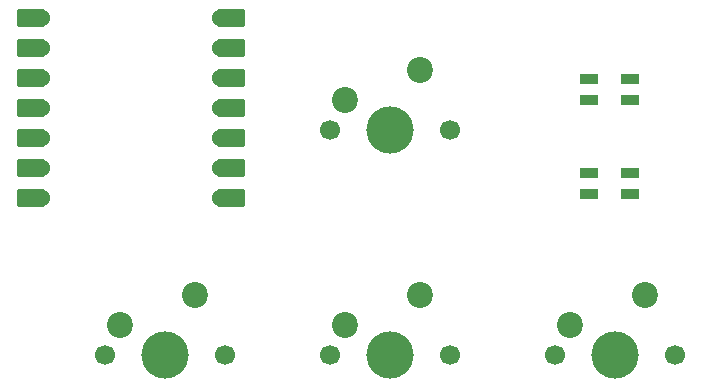
<source format=gbr>
%TF.GenerationSoftware,KiCad,Pcbnew,9.0.6*%
%TF.CreationDate,2025-11-24T14:18:51-08:00*%
%TF.ProjectId,Hackpad,4861636b-7061-4642-9e6b-696361645f70,rev?*%
%TF.SameCoordinates,Original*%
%TF.FileFunction,Soldermask,Top*%
%TF.FilePolarity,Negative*%
%FSLAX46Y46*%
G04 Gerber Fmt 4.6, Leading zero omitted, Abs format (unit mm)*
G04 Created by KiCad (PCBNEW 9.0.6) date 2025-11-24 14:18:51*
%MOMM*%
%LPD*%
G01*
G04 APERTURE LIST*
G04 Aperture macros list*
%AMRoundRect*
0 Rectangle with rounded corners*
0 $1 Rounding radius*
0 $2 $3 $4 $5 $6 $7 $8 $9 X,Y pos of 4 corners*
0 Add a 4 corners polygon primitive as box body*
4,1,4,$2,$3,$4,$5,$6,$7,$8,$9,$2,$3,0*
0 Add four circle primitives for the rounded corners*
1,1,$1+$1,$2,$3*
1,1,$1+$1,$4,$5*
1,1,$1+$1,$6,$7*
1,1,$1+$1,$8,$9*
0 Add four rect primitives between the rounded corners*
20,1,$1+$1,$2,$3,$4,$5,0*
20,1,$1+$1,$4,$5,$6,$7,0*
20,1,$1+$1,$6,$7,$8,$9,0*
20,1,$1+$1,$8,$9,$2,$3,0*%
G04 Aperture macros list end*
%ADD10RoundRect,0.152400X1.063600X0.609600X-1.063600X0.609600X-1.063600X-0.609600X1.063600X-0.609600X0*%
%ADD11C,1.524000*%
%ADD12RoundRect,0.152400X-1.063600X-0.609600X1.063600X-0.609600X1.063600X0.609600X-1.063600X0.609600X0*%
%ADD13R,1.600000X0.850000*%
%ADD14C,1.700000*%
%ADD15C,4.000000*%
%ADD16C,2.200000*%
G04 APERTURE END LIST*
D10*
%TO.C,U1*%
X124815000Y-86978500D03*
D11*
X125650000Y-86978500D03*
D10*
X124815000Y-89518500D03*
D11*
X125650000Y-89518500D03*
D10*
X124815000Y-92058500D03*
D11*
X125650000Y-92058500D03*
D10*
X124815000Y-94598500D03*
D11*
X125650000Y-94598500D03*
D10*
X124815000Y-97138500D03*
D11*
X125650000Y-97138500D03*
D10*
X124815000Y-99678500D03*
D11*
X125650000Y-99678500D03*
D10*
X124815000Y-102218500D03*
D11*
X125650000Y-102218500D03*
X140890000Y-102218500D03*
D12*
X141725000Y-102218500D03*
D11*
X140890000Y-99678500D03*
D12*
X141725000Y-99678500D03*
D11*
X140890000Y-97138500D03*
D12*
X141725000Y-97138500D03*
D11*
X140890000Y-94598500D03*
D12*
X141725000Y-94598500D03*
D11*
X140890000Y-92058500D03*
D12*
X141725000Y-92058500D03*
D11*
X140890000Y-89518500D03*
D12*
X141725000Y-89518500D03*
D11*
X140890000Y-86978500D03*
D12*
X141725000Y-86978500D03*
%TD*%
D13*
%TO.C,D2*%
X172050000Y-100095000D03*
X172050000Y-101845000D03*
X175550000Y-101845000D03*
X175550000Y-100095000D03*
%TD*%
D14*
%TO.C,SW2*%
X131080000Y-115490000D03*
D15*
X136160000Y-115490000D03*
D14*
X141240000Y-115490000D03*
D16*
X138700000Y-110410000D03*
X132350000Y-112950000D03*
%TD*%
D13*
%TO.C,D1*%
X172050000Y-92145000D03*
X172050000Y-93895000D03*
X175550000Y-93895000D03*
X175550000Y-92145000D03*
%TD*%
D14*
%TO.C,SW3*%
X150130000Y-115490000D03*
D15*
X155210000Y-115490000D03*
D14*
X160290000Y-115490000D03*
D16*
X157750000Y-110410000D03*
X151400000Y-112950000D03*
%TD*%
D14*
%TO.C,SW1*%
X150130000Y-96440000D03*
D15*
X155210000Y-96440000D03*
D14*
X160290000Y-96440000D03*
D16*
X157750000Y-91360000D03*
X151400000Y-93900000D03*
%TD*%
D14*
%TO.C,SW4*%
X169180000Y-115490000D03*
D15*
X174260000Y-115490000D03*
D14*
X179340000Y-115490000D03*
D16*
X176800000Y-110410000D03*
X170450000Y-112950000D03*
%TD*%
M02*

</source>
